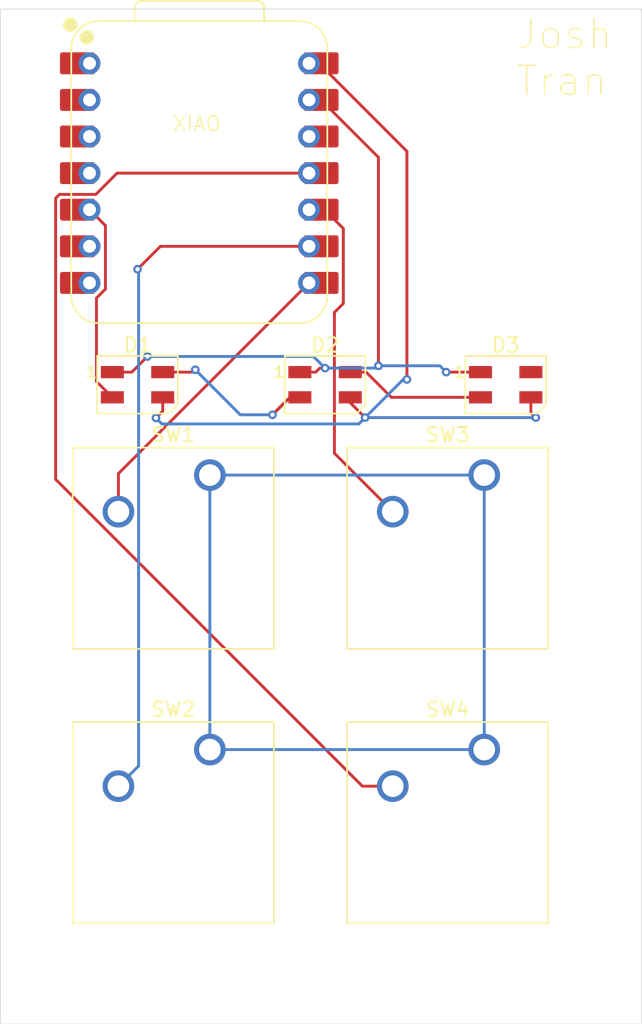
<source format=kicad_pcb>
(kicad_pcb (version 20241229) (generator "pcbnew") (generator_version "9.0")
  (layers (0 "F.Cu" signal) (2 "B.Cu" signal) (13 "F.Paste" user) (15 "B.Paste" user) (5 "F.SilkS" user "F.Silkscreen") (7 "B.SilkS" user "B.Silkscreen") (1 "F.Mask" user) (3 "B.Mask" user) (25 "Edge.Cuts" user))
  (net 0 "")
  (net 1 "Net-(D1-DIN)")
  (net 2 "Net-(D1-VDD)")
  (net 3 "Net-(D1-DOUT)")
  (net 4 "Net-(D1-VSS)")
  (net 5 "Net-(D2-DOUT)")
  (net 7 "Net-(U1-GPIO3{slash}MOSI)")
  (net 8 "Net-(U1-GPIO1{slash}RX)")
  (net 9 "unconnected-(U1-GPIO29{slash}ADC3{slash}A3-Pad4)")
  (net 10 "unconnected-(U1-GPIO26{slash}ADC0{slash}A0-Pad1)")
  (net 11 "unconnected-(U1-GPIO0{slash}TX-Pad7)")
  (net 12 "unconnected-(U1-GPIO28{slash}ADC2{slash}A2-Pad3)")
  (net 13 "unconnected-(U1-GPIO27{slash}ADC1{slash}A1-Pad2)")
  (net 14 "Net-(U1-GPIO4{slash}MISO)")
  (net 15 "unconnected-(U1-3V3-Pad12)")
  (net 16 "Net-(U1-GPIO2{slash}SCK)")
  (net 17 "unconnected-(U1-GPIO7{slash}SCL-Pad6)")
  (net 18 "Net-(SW1-Pad1)")
  (footprint "Seeed Studio XIAO:XIAO-RP2040-DIP" (layer "F.Cu") (at 56.6738 71.9137)
    (property "Reference" "U1")
    (property "Value" "XIAO-RP2040-DIP")
    (fp_line (start -8.89 8.509) (end -8.89 -8.636) (stroke (width 0.127)) (layer "F.SilkS"))
    (fp_line (start -6.985 10.414) (end 6.985 10.414) (stroke (width 0.127)) (layer "F.SilkS"))
    (fp_line (start -4.495 -10.541) (end -4.491272 -11.451272) (stroke (width 0.127)) (layer "F.SilkS"))
    (fp_line (start -3.991272 -11.951) (end 4.004 -11.951) (stroke (width 0.127)) (layer "F.SilkS"))
    (fp_line (start 4.504 -11.451) (end 4.504 -10.541) (stroke (width 0.127)) (layer "F.SilkS"))
    (fp_line (start 6.985 -10.541) (end -6.985 -10.541) (stroke (width 0.1)) (layer "F.SilkS"))
    (fp_line (start 6.985 -10.541) (end -6.985 -10.541) (stroke (width 0.127)) (layer "F.SilkS"))
    (fp_line (start 8.89 8.509) (end 8.89 -8.636) (stroke (width 0.127)) (layer "F.SilkS"))
    (fp_arc (start -8.89 -8.636) (mid -8.332038 -9.983038) (end -6.985 -10.541) (stroke (width 0.127)) (layer "F.SilkS"))
    (fp_arc (start -6.985 10.414) (mid -8.332038 9.856038) (end -8.89 8.509) (stroke (width 0.127)) (layer "F.SilkS"))
    (fp_arc (start -4.491272 -11.451272) (mid -4.344728 -11.80464) (end -3.991272 -11.951) (stroke (width 0.127)) (layer "F.SilkS"))
    (fp_arc (start 4.004 -11.951) (mid 4.357553 -11.804553) (end 4.504 -11.451) (stroke (width 0.127)) (layer "F.SilkS"))
    (fp_arc (start 6.985 -10.541) (mid 8.332038 -9.983038) (end 8.89 -8.636) (stroke (width 0.127)) (layer "F.SilkS"))
    (fp_arc (start 8.89 8.509) (mid 8.332038 9.856038) (end 6.985 10.414) (stroke (width 0.127)) (layer "F.SilkS"))
    (fp_circle (center -8.95 -10.3) (end -8.95 -10.554) (stroke (width 0.5)) (fill yes) (layer "F.SilkS"))
    (fp_circle (center -7.807 -9.42) (end -7.807 -9.674) (stroke (width 0.5)) (fill yes) (layer "F.SilkS"))
    (pad "1" smd roundrect (at -8.455 -7.62 180) (size 2.432 1.524) (layers "F.Cu" "F.Mask") (roundrect_rratio 0.1) (net 10 "unconnected-(U1-GPIO26{slash}ADC0{slash}A0-Pad1)"))
    (pad "1" thru_hole circle (at -7.62 -7.62 180) (size 1.524 1.524) (drill 0.889) (layers "*.Cu" "*.Mask") (net 10 "unconnected-(U1-GPIO26{slash}ADC0{slash}A0-Pad1)"))
    (pad "2" smd roundrect (at -8.455 -5.08 180) (size 2.432 1.524) (layers "F.Cu" "F.Mask") (roundrect_rratio 0.1) (net 13 "unconnected-(U1-GPIO27{slash}ADC1{slash}A1-Pad2)"))
    (pad "2" thru_hole circle (at -7.62 -5.08 180) (size 1.524 1.524) (drill 0.889) (layers "*.Cu" "*.Mask") (net 13 "unconnected-(U1-GPIO27{slash}ADC1{slash}A1-Pad2)"))
    (pad "3" smd roundrect (at -8.455 -2.54 180) (size 2.432 1.524) (layers "F.Cu" "F.Mask") (roundrect_rratio 0.1) (net 12 "unconnected-(U1-GPIO28{slash}ADC2{slash}A2-Pad3)"))
    (pad "3" thru_hole circle (at -7.62 -2.54 180) (size 1.524 1.524) (drill 0.889) (layers "*.Cu" "*.Mask") (net 12 "unconnected-(U1-GPIO28{slash}ADC2{slash}A2-Pad3)"))
    (pad "4" smd roundrect (at -8.455 0 180) (size 2.432 1.524) (layers "F.Cu" "F.Mask") (roundrect_rratio 0.1) (net 9 "unconnected-(U1-GPIO29{slash}ADC3{slash}A3-Pad4)"))
    (pad "4" thru_hole circle (at -7.62 0 180) (size 1.524 1.524) (drill 0.889) (layers "*.Cu" "*.Mask") (net 9 "unconnected-(U1-GPIO29{slash}ADC3{slash}A3-Pad4)"))
    (pad "5" smd roundrect (at -8.455 2.54 180) (size 2.432 1.524) (layers "F.Cu" "F.Mask") (roundrect_rratio 0.1) (net 1 "Net-(D1-DIN)"))
    (pad "5" thru_hole circle (at -7.62 2.54 180) (size 1.524 1.524) (drill 0.889) (layers "*.Cu" "*.Mask") (net 1 "Net-(D1-DIN)"))
    (pad "6" smd roundrect (at -8.455 5.08 180) (size 2.432 1.524) (layers "F.Cu" "F.Mask") (roundrect_rratio 0.1) (net 17 "unconnected-(U1-GPIO7{slash}SCL-Pad6)"))
    (pad "6" thru_hole circle (at -7.62 5.08 180) (size 1.524 1.524) (drill 0.889) (layers "*.Cu" "*.Mask") (net 17 "unconnected-(U1-GPIO7{slash}SCL-Pad6)"))
    (pad "7" smd roundrect (at -8.455 7.62 180) (size 2.432 1.524) (layers "F.Cu" "F.Mask") (roundrect_rratio 0.1) (net 11 "unconnected-(U1-GPIO0{slash}TX-Pad7)"))
    (pad "7" thru_hole circle (at -7.62 7.62 180) (size 1.524 1.524) (drill 0.889) (layers "*.Cu" "*.Mask") (net 11 "unconnected-(U1-GPIO0{slash}TX-Pad7)"))
    (pad "8" thru_hole circle (at 7.62 7.62) (size 1.524 1.524) (drill 0.889) (layers "*.Cu" "*.Mask") (net 8 "Net-(U1-GPIO1{slash}RX)"))
    (pad "8" smd roundrect (at 8.455 7.62) (size 2.432 1.524) (layers "F.Cu" "F.Mask") (roundrect_rratio 0.1) (net 8 "Net-(U1-GPIO1{slash}RX)"))
    (pad "9" thru_hole circle (at 7.62 5.08) (size 1.524 1.524) (drill 0.889) (layers "*.Cu" "*.Mask") (net 16 "Net-(U1-GPIO2{slash}SCK)"))
    (pad "9" smd roundrect (at 8.455 5.08) (size 2.432 1.524) (layers "F.Cu" "F.Mask") (roundrect_rratio 0.1) (net 16 "Net-(U1-GPIO2{slash}SCK)"))
    (pad "10" thru_hole circle (at 7.62 2.54) (size 1.524 1.524) (drill 0.889) (layers "*.Cu" "*.Mask") (net 14 "Net-(U1-GPIO4{slash}MISO)"))
    (pad "10" smd roundrect (at 8.455 2.54) (size 2.432 1.524) (layers "F.Cu" "F.Mask") (roundrect_rratio 0.1) (net 14 "Net-(U1-GPIO4{slash}MISO)"))
    (pad "11" thru_hole circle (at 7.62 0) (size 1.524 1.524) (drill 0.889) (layers "*.Cu" "*.Mask") (net 7 "Net-(U1-GPIO3{slash}MOSI)"))
    (pad "11" smd roundrect (at 8.455 0) (size 2.432 1.524) (layers "F.Cu" "F.Mask") (roundrect_rratio 0.1) (net 7 "Net-(U1-GPIO3{slash}MOSI)"))
    (pad "12" thru_hole circle (at 7.62 -2.54) (size 1.524 1.524) (drill 0.889) (layers "*.Cu" "*.Mask") (net 15 "unconnected-(U1-3V3-Pad12)"))
    (pad "12" smd roundrect (at 8.455 -2.54) (size 2.432 1.524) (layers "F.Cu" "F.Mask") (roundrect_rratio 0.1) (net 15 "unconnected-(U1-3V3-Pad12)"))
    (pad "13" thru_hole circle (at 7.62 -5.08) (size 1.524 1.524) (drill 0.889) (layers "*.Cu" "*.Mask") (net 4 "Net-(D1-VSS)"))
    (pad "13" smd roundrect (at 8.455 -5.08) (size 2.432 1.524) (layers "F.Cu" "F.Mask") (roundrect_rratio 0.1) (net 4 "Net-(D1-VSS)"))
    (pad "14" thru_hole circle (at 7.62 -7.62) (size 1.524 1.524) (drill 0.889) (layers "*.Cu" "*.Mask") (net 2 "Net-(D1-VDD)"))
    (pad "14" smd roundrect (at 8.455 -7.62) (size 2.432 1.524) (layers "F.Cu" "F.Mask") (roundrect_rratio 0.1) (net 2 "Net-(D1-VDD)"))
  )
  (footprint "Button_Switch_Keyboard:SW_Cherry_MX_1.00u_PCB" (layer "F.Cu") (at 76.46 92.87)
    (property "Reference" "SW3" (at -2.54 -2.794 0) (layer "F.SilkS"))
    (property "Value" "SW_Push")
    (fp_line (start -9.525 -1.905) (end 4.445 -1.905) (stroke (width 0.12)) (layer "F.SilkS"))
    (fp_line (start -9.525 12.065) (end -9.525 -1.905) (stroke (width 0.12)) (layer "F.SilkS"))
    (fp_line (start 4.445 -1.905) (end 4.445 12.065) (stroke (width 0.12)) (layer "F.SilkS"))
    (fp_line (start 4.445 12.065) (end -9.525 12.065) (stroke (width 0.12)) (layer "F.SilkS"))
    (pad "" np_thru_hole circle (at -7.62 5.08) (size 1.7 1.7) (drill 1.7) (layers "*.Cu" "*.Mask"))
    (pad "" np_thru_hole circle (at -2.54 5.08) (size 4 4) (drill 4) (layers "*.Cu" "*.Mask"))
    (pad "" np_thru_hole circle (at 2.54 5.08) (size 1.7 1.7) (drill 1.7) (layers "*.Cu" "*.Mask"))
    (pad "1" thru_hole circle (at 0 0) (size 2.2 2.2) (drill 1.5) (layers "*.Cu" "*.Mask") (net 18 "Net-(SW1-Pad1)"))
    (pad "2" thru_hole circle (at -6.35 2.54) (size 2.2 2.2) (drill 1.5) (layers "*.Cu" "*.Mask") (net 14 "Net-(U1-GPIO4{slash}MISO)"))
  )
  (footprint "LED_SMD:LED_SK6812MINI_PLCC4_3.5x3.5mm_P1.75mm" (layer "F.Cu") (at 65.4088 86.6)
    (property "Reference" "D2" (at 0 -2.75 0) (layer "F.SilkS"))
    (property "Value" "SK6812")
    (fp_line (start -2.8 -2) (end -2.8 2) (stroke (width 0.12)) (layer "F.SilkS"))
    (fp_line (start -2.8 -2) (end 2.8 -2) (stroke (width 0.12)) (layer "F.SilkS"))
    (fp_line (start -2.8 2) (end 2.2 2) (stroke (width 0.12)) (layer "F.SilkS"))
    (fp_line (start 2.8 1.4) (end 2.2 2) (stroke (width 0.12)) (layer "F.SilkS"))
    (fp_line (start 2.8 1.4) (end 2.8 -2) (stroke (width 0.12)) (layer "F.SilkS"))
    (fp_text user "1" (at -3.2 -0.875 0) (layer "F.SilkS") (effects (font (size 0.8 0.8))))
    (pad "1" smd rect (at -1.75 -0.875) (size 1.6 0.85) (layers "F.Cu" "F.Mask" "F.Paste") (net 4 "Net-(D1-VSS)"))
    (pad "2" smd rect (at -1.75 0.875) (size 1.6 0.85) (layers "F.Cu" "F.Mask" "F.Paste") (net 3 "Net-(D1-DOUT)"))
    (pad "3" smd rect (at 1.75 0.875) (size 1.6 0.85) (layers "F.Cu" "F.Mask" "F.Paste") (net 2 "Net-(D1-VDD)"))
    (pad "4" smd rect (at 1.75 -0.875) (size 1.6 0.85) (layers "F.Cu" "F.Mask" "F.Paste") (net 5 "Net-(D2-DOUT)"))
  )
  (footprint "LED_SMD:LED_SK6812MINI_PLCC4_3.5x3.5mm_P1.75mm" (layer "F.Cu") (at 52.3875 86.6)
    (property "Reference" "D1" (at 0 -2.75 0) (layer "F.SilkS"))
    (property "Value" "SK6812")
    (fp_line (start -2.8 -2) (end -2.8 2) (stroke (width 0.12)) (layer "F.SilkS"))
    (fp_line (start -2.8 -2) (end 2.8 -2) (stroke (width 0.12)) (layer "F.SilkS"))
    (fp_line (start -2.8 2) (end 2.2 2) (stroke (width 0.12)) (layer "F.SilkS"))
    (fp_line (start 2.8 1.4) (end 2.2 2) (stroke (width 0.12)) (layer "F.SilkS"))
    (fp_line (start 2.8 1.4) (end 2.8 -2) (stroke (width 0.12)) (layer "F.SilkS"))
    (fp_text user "1" (at -3.2 -0.875 0) (layer "F.SilkS") (effects (font (size 0.8 0.8))))
    (pad "1" smd rect (at -1.75 -0.875) (size 1.6 0.85) (layers "F.Cu" "F.Mask" "F.Paste") (net 4 "Net-(D1-VSS)"))
    (pad "2" smd rect (at -1.75 0.875) (size 1.6 0.85) (layers "F.Cu" "F.Mask" "F.Paste") (net 1 "Net-(D1-DIN)"))
    (pad "3" smd rect (at 1.75 0.875) (size 1.6 0.85) (layers "F.Cu" "F.Mask" "F.Paste") (net 2 "Net-(D1-VDD)"))
    (pad "4" smd rect (at 1.75 -0.875) (size 1.6 0.85) (layers "F.Cu" "F.Mask" "F.Paste") (net 3 "Net-(D1-DOUT)"))
  )
  (footprint "Button_Switch_Keyboard:SW_Cherry_MX_1.00u_PCB" (layer "F.Cu") (at 76.46 111.92)
    (property "Reference" "SW4" (at -2.54 -2.794 0) (layer "F.SilkS"))
    (property "Value" "SW_Push")
    (fp_line (start -9.525 -1.905) (end 4.445 -1.905) (stroke (width 0.12)) (layer "F.SilkS"))
    (fp_line (start -9.525 12.065) (end -9.525 -1.905) (stroke (width 0.12)) (layer "F.SilkS"))
    (fp_line (start 4.445 -1.905) (end 4.445 12.065) (stroke (width 0.12)) (layer "F.SilkS"))
    (fp_line (start 4.445 12.065) (end -9.525 12.065) (stroke (width 0.12)) (layer "F.SilkS"))
    (pad "" np_thru_hole circle (at -7.62 5.08) (size 1.7 1.7) (drill 1.7) (layers "*.Cu" "*.Mask"))
    (pad "" np_thru_hole circle (at -2.54 5.08) (size 4 4) (drill 4) (layers "*.Cu" "*.Mask"))
    (pad "" np_thru_hole circle (at 2.54 5.08) (size 1.7 1.7) (drill 1.7) (layers "*.Cu" "*.Mask"))
    (pad "1" thru_hole circle (at 0 0) (size 2.2 2.2) (drill 1.5) (layers "*.Cu" "*.Mask") (net 18 "Net-(SW1-Pad1)"))
    (pad "2" thru_hole circle (at -6.35 2.54) (size 2.2 2.2) (drill 1.5) (layers "*.Cu" "*.Mask") (net 7 "Net-(U1-GPIO3{slash}MOSI)"))
  )
  (footprint "LED_SMD:LED_SK6812MINI_PLCC4_3.5x3.5mm_P1.75mm" (layer "F.Cu") (at 77.95 86.6)
    (property "Reference" "D3" (at 0 -2.75 0) (layer "F.SilkS"))
    (property "Value" "SK6812")
    (fp_line (start -2.8 -2) (end -2.8 2) (stroke (width 0.12)) (layer "F.SilkS"))
    (fp_line (start -2.8 -2) (end 2.8 -2) (stroke (width 0.12)) (layer "F.SilkS"))
    (fp_line (start -2.8 2) (end 2.2 2) (stroke (width 0.12)) (layer "F.SilkS"))
    (fp_line (start 2.8 1.4) (end 2.2 2) (stroke (width 0.12)) (layer "F.SilkS"))
    (fp_line (start 2.8 1.4) (end 2.8 -2) (stroke (width 0.12)) (layer "F.SilkS"))
    (fp_text user "1" (at -3.2 -0.875 0) (layer "F.SilkS") (effects (font (size 0.8 0.8))))
    (pad "1" smd rect (at -1.75 -0.875) (size 1.6 0.85) (layers "F.Cu" "F.Mask" "F.Paste") (net 4 "Net-(D1-VSS)"))
    (pad "2" smd rect (at -1.75 0.875) (size 1.6 0.85) (layers "F.Cu" "F.Mask" "F.Paste") (net 5 "Net-(D2-DOUT)"))
    (pad "3" smd rect (at 1.75 0.875) (size 1.6 0.85) (layers "F.Cu" "F.Mask" "F.Paste") (net 2 "Net-(D1-VDD)"))
    (pad "4" smd rect (at 1.75 -0.875) (size 1.6 0.85) (layers "F.Cu" "F.Mask" "F.Paste"))
  )
  (footprint "Button_Switch_Keyboard:SW_Cherry_MX_1.00u_PCB" (layer "F.Cu") (at 57.41 111.92)
    (property "Reference" "SW2" (at -2.54 -2.794 0) (layer "F.SilkS"))
    (property "Value" "SW_Push")
    (fp_line (start -9.525 -1.905) (end 4.445 -1.905) (stroke (width 0.12)) (layer "F.SilkS"))
    (fp_line (start -9.525 12.065) (end -9.525 -1.905) (stroke (width 0.12)) (layer "F.SilkS"))
    (fp_line (start 4.445 -1.905) (end 4.445 12.065) (stroke (width 0.12)) (layer "F.SilkS"))
    (fp_line (start 4.445 12.065) (end -9.525 12.065) (stroke (width 0.12)) (layer "F.SilkS"))
    (pad "" np_thru_hole circle (at -7.62 5.08) (size 1.7 1.7) (drill 1.7) (layers "*.Cu" "*.Mask"))
    (pad "" np_thru_hole circle (at -2.54 5.08) (size 4 4) (drill 4) (layers "*.Cu" "*.Mask"))
    (pad "" np_thru_hole circle (at 2.54 5.08) (size 1.7 1.7) (drill 1.7) (layers "*.Cu" "*.Mask"))
    (pad "1" thru_hole circle (at 0 0) (size 2.2 2.2) (drill 1.5) (layers "*.Cu" "*.Mask") (net 18 "Net-(SW1-Pad1)"))
    (pad "2" thru_hole circle (at -6.35 2.54) (size 2.2 2.2) (drill 1.5) (layers "*.Cu" "*.Mask") (net 16 "Net-(U1-GPIO2{slash}SCK)"))
  )
  (footprint "Button_Switch_Keyboard:SW_Cherry_MX_1.00u_PCB" (layer "F.Cu") (at 57.41 92.87)
    (property "Reference" "SW1" (at -2.54 -2.794 0) (layer "F.SilkS"))
    (property "Value" "SW_Push")
    (fp_line (start -9.525 -1.905) (end 4.445 -1.905) (stroke (width 0.12)) (layer "F.SilkS"))
    (fp_line (start -9.525 12.065) (end -9.525 -1.905) (stroke (width 0.12)) (layer "F.SilkS"))
    (fp_line (start 4.445 -1.905) (end 4.445 12.065) (stroke (width 0.12)) (layer "F.SilkS"))
    (fp_line (start 4.445 12.065) (end -9.525 12.065) (stroke (width 0.12)) (layer "F.SilkS"))
    (pad "" np_thru_hole circle (at -7.62 5.08) (size 1.7 1.7) (drill 1.7) (layers "*.Cu" "*.Mask"))
    (pad "" np_thru_hole circle (at -2.54 5.08) (size 4 4) (drill 4) (layers "*.Cu" "*.Mask"))
    (pad "" np_thru_hole circle (at 2.54 5.08) (size 1.7 1.7) (drill 1.7) (layers "*.Cu" "*.Mask"))
    (pad "1" thru_hole circle (at 0 0) (size 2.2 2.2) (drill 1.5) (layers "*.Cu" "*.Mask") (net 18 "Net-(SW1-Pad1)"))
    (pad "2" thru_hole circle (at -6.35 2.54) (size 2.2 2.2) (drill 1.5) (layers "*.Cu" "*.Mask") (net 8 "Net-(U1-GPIO1{slash}RX)"))
  )
  (gr_rect (start 42.8625 60.53125) (end 87.39375 130.96875) (stroke (width 0.05)) (fill no) (layer "Edge.Cuts"))
  (gr_text "XIAO" (at 54.76875 69.05625 0) (layer "F.SilkS") (effects (font (size 1 1) (thickness 0.1)) (justify left bottom)))
  (gr_text "Josh\nTran" (at 78.58125 66.675 0) (layer "F.SilkS") (effects (font (size 2 2) (thickness 0.1)) (justify left bottom)))
  (segment (start 50.1578 75.5576) (end 49.0539 74.4537) (width 0.2) (layer "F.Cu") (net 1))
  (segment (start 49.5358 86.3733) (end 49.5358 80.5842) (width 0.2) (layer "F.Cu") (net 1))
  (segment (start 49.5358 80.5842) (end 50.1578 79.9622) (width 0.2) (layer "F.Cu") (net 1))
  (segment (start 50.1578 79.9622) (end 50.1578 75.5576) (width 0.2) (layer "F.Cu") (net 1))
  (segment (start 49.0538 74.4538) (end 49.0539 74.4537) (width 0.2) (layer "F.Cu") (net 1))
  (segment (start 49.0538 74.4537) (end 48.2188 74.4537) (width 0.2) (layer "F.Cu") (net 1))
  (segment (start 50.6375 87.475) (end 49.5358 86.3733) (width 0.2) (layer "F.Cu") (net 1))
  (segment (start 49.0539 74.4537) (end 49.0538 74.4537) (width 0.2) (layer "F.Cu") (net 1))
  (segment (start 79.7 87.475) (end 79.7 88.5426) (width 0.2) (layer "F.Cu") (net 2))
  (segment (start 64.9848 64.2937) (end 71.0925 70.4014) (width 0.2) (layer "F.Cu") (net 2))
  (segment (start 64.8743 64.2937) (end 64.9848 64.2937) (width 0.2) (layer "F.Cu") (net 2))
  (segment (start 79.7 88.5426) (end 80.0388 88.8814) (width 0.2) (layer "F.Cu") (net 2))
  (segment (start 64.8743 64.2937) (end 65.1288 64.2937) (width 0.2) (layer "F.Cu") (net 2))
  (segment (start 54.1375 87.475) (end 54.1375 88.4321) (width 0.2) (layer "F.Cu") (net 2))
  (segment (start 67.1588 87.475) (end 67.1588 87.852) (width 0.2) (layer "F.Cu") (net 2))
  (segment (start 71.0925 70.4014) (end 71.0925 86.2336) (width 0.2) (layer "F.Cu") (net 2))
  (segment (start 67.1588 87.852) (end 68.1882 88.8814) (width 0.2) (layer "F.Cu") (net 2))
  (segment (start 64.2938 64.2937) (end 64.8743 64.2937) (width 0.2) (layer "F.Cu") (net 2))
  (segment (start 54.1375 88.4321) (end 53.6654 88.9042) (width 0.2) (layer "F.Cu") (net 2))
  (via (at 80.0388 88.8814) (size 0.6) (drill 0.3) (layers "F.Cu" "B.Cu") (net 2))
  (via (at 71.0925 86.2336) (size 0.6) (drill 0.3) (layers "F.Cu" "B.Cu") (net 2))
  (via (at 53.6654 88.9042) (size 0.6) (drill 0.3) (layers "F.Cu" "B.Cu") (net 2))
  (via (at 68.1882 88.8814) (size 0.6) (drill 0.3) (layers "F.Cu" "B.Cu") (net 2))
  (segment (start 67.7495 89.3201) (end 68.1882 88.8814) (width 0.2) (layer "B.Cu") (net 2))
  (segment (start 80.0388 88.8814) (end 68.1882 88.8814) (width 0.2) (layer "B.Cu") (net 2))
  (segment (start 71.0925 86.2336) (end 70.836 86.2336) (width 0.2) (layer "B.Cu") (net 2))
  (segment (start 54.0813 89.3201) (end 67.7495 89.3201) (width 0.2) (layer "B.Cu") (net 2))
  (segment (start 53.6654 88.9042) (end 54.0813 89.3201) (width 0.2) (layer "B.Cu") (net 2))
  (segment (start 70.836 86.2336) (end 68.1882 88.8814) (width 0.2) (layer "B.Cu") (net 2))
  (segment (start 56.2334 85.725) (end 56.3975 85.5609) (width 0.2) (layer "F.Cu") (net 3))
  (segment (start 56.2334 85.725) (end 56.3975 85.5609) (width 0.2) (layer "F.Cu") (net 3))
  (segment (start 61.757 88.6862) (end 62.3571 88.0861) (width 0.2) (layer "F.Cu") (net 3))
  (segment (start 62.3571 88.0861) (end 62.5571 87.8861) (width 0.2) (layer "F.Cu") (net 3))
  (segment (start 54.1375 85.725) (end 56.2334 85.725) (width 0.2) (layer "F.Cu") (net 3))
  (segment (start 62.3571 88.0861) (end 61.757 88.6862) (width 0.2) (layer "F.Cu") (net 3))
  (segment (start 63.6588 87.475) (end 62.9682 87.475) (width 0.2) (layer "F.Cu") (net 3))
  (segment (start 56.3975 85.5609) (end 56.2334 85.725) (width 0.2) (layer "F.Cu") (net 3))
  (segment (start 61.757 88.6862) (end 62.3571 88.0861) (width 0.2) (layer "F.Cu") (net 3))
  (segment (start 62.9682 87.475) (end 61.757 88.6862) (width 0.2) (layer "F.Cu") (net 3))
  (via (at 56.3975 85.5609) (size 0.6) (drill 0.3) (layers "F.Cu" "B.Cu") (net 3))
  (via (at 61.757 88.6862) (size 0.6) (drill 0.3) (layers "F.Cu" "B.Cu") (net 3))
  (segment (start 61.757 88.6862) (end 59.5228 88.6862) (width 0.2) (layer "B.Cu") (net 3))
  (segment (start 56.2334 85.725) (end 56.3975 85.5609) (width 0.2) (layer "B.Cu") (net 3))
  (segment (start 59.5228 88.6862) (end 56.3975 85.5609) (width 0.2) (layer "B.Cu") (net 3))
  (segment (start 56.3975 85.5609) (end 56.2334 85.725) (width 0.2) (layer "B.Cu") (net 3))
  (segment (start 63.6588 85.725) (end 64.7605 85.725) (width 0.2) (layer "F.Cu") (net 4))
  (segment (start 65.1288 66.8337) (end 69.1135 70.8184) (width 0.2) (layer "F.Cu") (net 4))
  (segment (start 76.2 85.725) (end 73.81875 85.725) (width 0.2) (layer "F.Cu") (net 4))
  (segment (start 50.6375 85.725) (end 51.9892 85.725) (width 0.2) (layer "F.Cu") (net 4))
  (segment (start 51.9892 85.725) (end 53.0761 84.6381) (width 0.2) (layer "F.Cu") (net 4))
  (segment (start 69.1135 70.8184) (end 69.1135 85.286) (width 0.2) (layer "F.Cu") (net 4))
  (segment (start 64.2938 66.8337) (end 65.1288 66.8337) (width 0.2) (layer "F.Cu") (net 4))
  (segment (start 65.0377 85.4478) (end 64.7605 85.725) (width 0.2) (layer "F.Cu") (net 4))
  (segment (start 65.4088 85.4478) (end 65.0377 85.4478) (width 0.2) (layer "F.Cu") (net 4))
  (segment (start 69.1135 85.286) (end 69.1135 85.4478) (width 0.2) (layer "F.Cu") (net 4))
  (segment (start 69.1135 85.4478) (end 69.1135 85.286) (width 0.2) (layer "F.Cu") (net 4))
  (via (at 65.4088 85.4478) (size 0.6) (drill 0.3) (layers "F.Cu" "B.Cu") (net 4))
  (via (at 69.1135 85.286) (size 0.6) (drill 0.3) (layers "F.Cu" "B.Cu") (net 4))
  (via (at 73.81875 85.725) (size 0.6) (drill 0.3) (layers "F.Cu" "B.Cu") (net 4))
  (via (at 53.0761 84.6381) (size 0.6) (drill 0.3) (layers "F.Cu" "B.Cu") (net 4))
  (segment (start 73.37975 85.286) (end 73.81875 85.725) (width 0.2) (layer "B.Cu") (net 4))
  (segment (start 69.1135 85.286) (end 73.37975 85.286) (width 0.2) (layer "B.Cu") (net 4))
  (segment (start 69.1135 85.4478) (end 69.1135 85.286) (width 0.2) (layer "B.Cu") (net 4))
  (segment (start 65.4088 85.4478) (end 68.9517 85.4478) (width 0.2) (layer "B.Cu") (net 4))
  (segment (start 69.1135 85.286) (end 69.1135 85.4478) (width 0.2) (layer "B.Cu") (net 4))
  (segment (start 68.9517 85.4478) (end 69.1135 85.286) (width 0.2) (layer "B.Cu") (net 4))
  (segment (start 53.0761 84.6381) (end 64.5991 84.6381) (width 0.2) (layer "B.Cu") (net 4))
  (segment (start 69.2753 85.4478) (end 69.1135 85.286) (width 0.2) (layer "B.Cu") (net 4))
  (segment (start 64.5991 84.6381) (end 65.4088 85.4478) (width 0.2) (layer "B.Cu") (net 4))
  (segment (start 68.2605 85.725) (end 67.1588 85.725) (width 0.2) (layer "F.Cu") (net 5))
  (segment (start 76.2 87.475) (end 70.0105 87.475) (width 0.2) (layer "F.Cu") (net 5))
  (segment (start 70.0105 87.475) (end 68.2605 85.725) (width 0.2) (layer "F.Cu") (net 5))
  (segment (start 64.2938 71.9137) (end 64.7113 71.9137) (width 0.2) (layer "F.Cu") (net 7))
  (segment (start 64.2938 71.9138) (end 50.9711 71.9138) (width 0.2) (layer "F.Cu") (net 7))
  (segment (start 49.4941 73.3908) (end 46.9631 73.3908) (width 0.2) (layer "F.Cu") (net 7))
  (segment (start 46.7018 73.6521) (end 46.7018 93.1633) (width 0.2) (layer "F.Cu") (net 7))
  (segment (start 64.2939 71.9137) (end 64.2938 71.9138) (width 0.2) (layer "F.Cu") (net 7))
  (segment (start 50.9711 71.9138) (end 49.4941 73.3908) (width 0.2) (layer "F.Cu") (net 7))
  (segment (start 46.7018 93.1633) (end 67.9985 114.46) (width 0.2) (layer "F.Cu") (net 7))
  (segment (start 64.7113 71.9137) (end 65.1288 71.9137) (width 0.2) (layer "F.Cu") (net 7))
  (segment (start 64.7113 71.9137) (end 64.2939 71.9137) (width 0.2) (layer "F.Cu") (net 7))
  (segment (start 67.9985 114.46) (end 70.11 114.46) (width 0.2) (layer "F.Cu") (net 7))
  (segment (start 46.9631 73.3908) (end 46.7018 73.6521) (width 0.2) (layer "F.Cu") (net 7))
  (segment (start 51.06 95.41) (end 51.06 92.7675) (width 0.2) (layer "F.Cu") (net 8))
  (segment (start 64.2938 79.5337) (end 64.2938 79.5338) (width 0.2) (layer "F.Cu") (net 8))
  (segment (start 64.2938 79.5337) (end 65.1288 79.5337) (width 0.2) (layer "F.Cu") (net 8))
  (segment (start 51.06 92.7675) (end 64.2938 79.5338) (width 0.2) (layer "F.Cu") (net 8))
  (segment (start 49.0538 71.9137) (end 48.2188 71.9137) (width 0.2) (layer "F.Cu") (net 9))
  (segment (start 49.0538 64.2937) (end 48.2188 64.2937) (width 0.2) (layer "F.Cu") (net 10))
  (segment (start 49.0538 79.5337) (end 48.2188 79.5337) (width 0.2) (layer "F.Cu") (net 11))
  (segment (start 48.2188 69.3737) (end 49.0538 69.3737) (width 0.2) (layer "F.Cu") (net 12))
  (segment (start 48.2188 66.8337) (end 49.0538 66.8337) (width 0.2) (layer "F.Cu") (net 13))
  (segment (start 64.8326 74.4538) (end 65.1288 74.4538) (width 0.2) (layer "F.Cu") (net 14))
  (segment (start 66.675 75.7574) (end 66.675 80.9625) (width 0.2) (layer "F.Cu") (net 14))
  (segment (start 65.1288 74.4538) (end 65.1288 74.4537) (width 0.2) (layer "F.Cu") (net 14))
  (segment (start 66.675 80.9625) (end 66.0578 81.5797) (width 0.2) (layer "F.Cu") (net 14))
  (segment (start 66.0578 91.3578) (end 70.11 95.41) (width 0.2) (layer "F.Cu") (net 14))
  (segment (start 64.2938 74.4537) (end 64.2938 74.4538) (width 0.2) (layer "F.Cu") (net 14))
  (segment (start 64.2938 74.4538) (end 64.8326 74.4538) (width 0.2) (layer "F.Cu") (net 14))
  (segment (start 64.8326 74.4538) (end 65.1288 74.4538) (width 0.2) (layer "F.Cu") (net 14))
  (segment (start 65.3714 74.4538) (end 66.675 75.7574) (width 0.2) (layer "F.Cu") (net 14))
  (segment (start 65.1288 74.4538) (end 65.3714 74.4538) (width 0.2) (layer "F.Cu") (net 14))
  (segment (start 66.0578 81.5797) (end 66.0578 91.3578) (width 0.2) (layer "F.Cu") (net 14))
  (segment (start 65.1288 69.3737) (end 64.2938 69.3737) (width 0.2) (layer "F.Cu") (net 15))
  (segment (start 53.975 76.9937) (end 52.3875 78.5812) (width 0.2) (layer "F.Cu") (net 16))
  (segment (start 65.1288 76.9937) (end 64.2938 76.9937) (width 0.2) (layer "F.Cu") (net 16))
  (segment (start 64.2938 76.9937) (end 53.975 76.9937) (width 0.2) (layer "F.Cu") (net 16))
  (via (at 52.3875 78.5812) (size 0.6) (drill 0.3) (layers "F.Cu" "B.Cu") (net 16))
  (segment (start 52.461 78.6548) (end 52.461 113.059) (width 0.2) (layer "B.Cu") (net 16))
  (segment (start 52.461 113.059) (end 51.06 114.46) (width 0.2) (layer "B.Cu") (net 16))
  (segment (start 52.3875 78.5812) (end 52.461 78.6548) (width 0.2) (layer "B.Cu") (net 16))
  (segment (start 48.2188 76.9937) (end 49.0538 76.9937) (width 0.2) (layer "F.Cu") (net 17))
  (segment (start 76.46 92.87) (end 57.41 92.87) (width 0.2) (layer "B.Cu") (net 18))
  (segment (start 76.46 92.87) (end 76.46 111.92) (width 0.2) (layer "B.Cu") (net 18))
  (segment (start 57.41 111.92) (end 76.46 111.92) (width 0.2) (layer "B.Cu") (net 18))
  (segment (start 57.41 92.87) (end 57.41 111.92) (width 0.2) (layer "B.Cu") (net 18))
)
</source>
